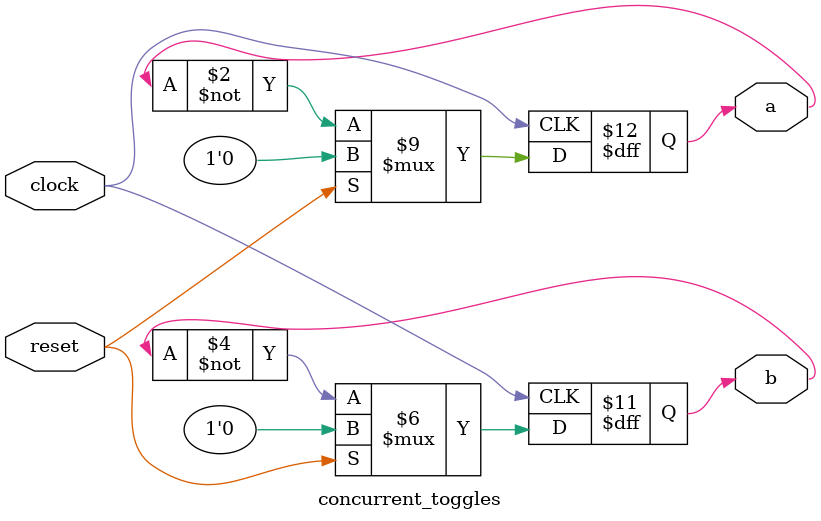
<source format=v>
module concurrent_toggles (
    input clock,
    input reset,
    output reg a,
    output reg b
);
  always @(posedge clock) begin
 if (reset) begin
 a <= 0; end
else begin a <= ~a; end end
  always @(posedge clock) begin
if (reset) begin
 b <= 0; end else
 begin b <= ~b; end end
endmodule


</source>
